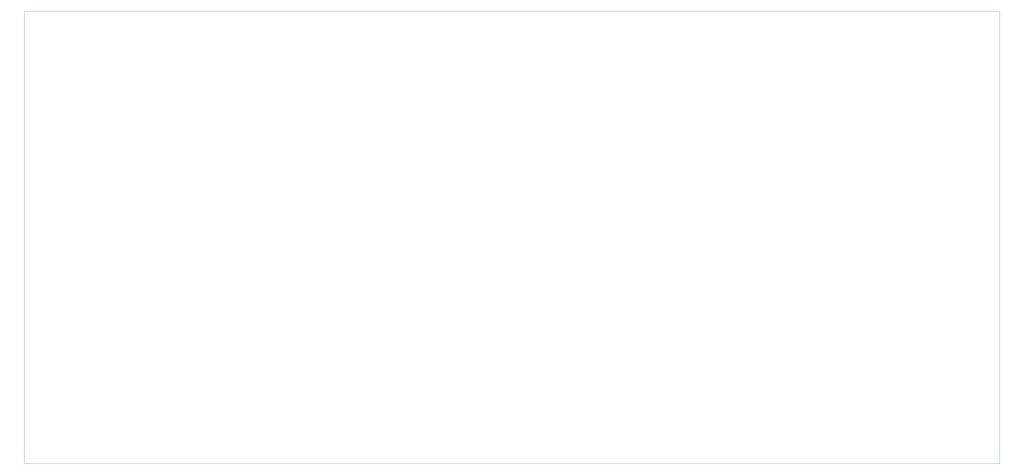
<source format=gm1>
G04 #@! TF.GenerationSoftware,KiCad,Pcbnew,(5.1.6)-1*
G04 #@! TF.CreationDate,2021-03-28T22:48:09-04:00*
G04 #@! TF.ProjectId,keyboard-layout-tall,6b657962-6f61-4726-942d-6c61796f7574,rev?*
G04 #@! TF.SameCoordinates,Original*
G04 #@! TF.FileFunction,Profile,NP*
%FSLAX46Y46*%
G04 Gerber Fmt 4.6, Leading zero omitted, Abs format (unit mm)*
G04 Created by KiCad (PCBNEW (5.1.6)-1) date 2021-03-28 22:48:09*
%MOMM*%
%LPD*%
G01*
G04 APERTURE LIST*
G04 #@! TA.AperFunction,Profile*
%ADD10C,0.050000*%
G04 #@! TD*
G04 APERTURE END LIST*
D10*
X34000000Y-194000000D02*
X34000000Y-51000000D01*
X342000000Y-194000000D02*
X34000000Y-194000000D01*
X342000000Y-51000000D02*
X342000000Y-194000000D01*
X34000000Y-51000000D02*
X342000000Y-51000000D01*
M02*

</source>
